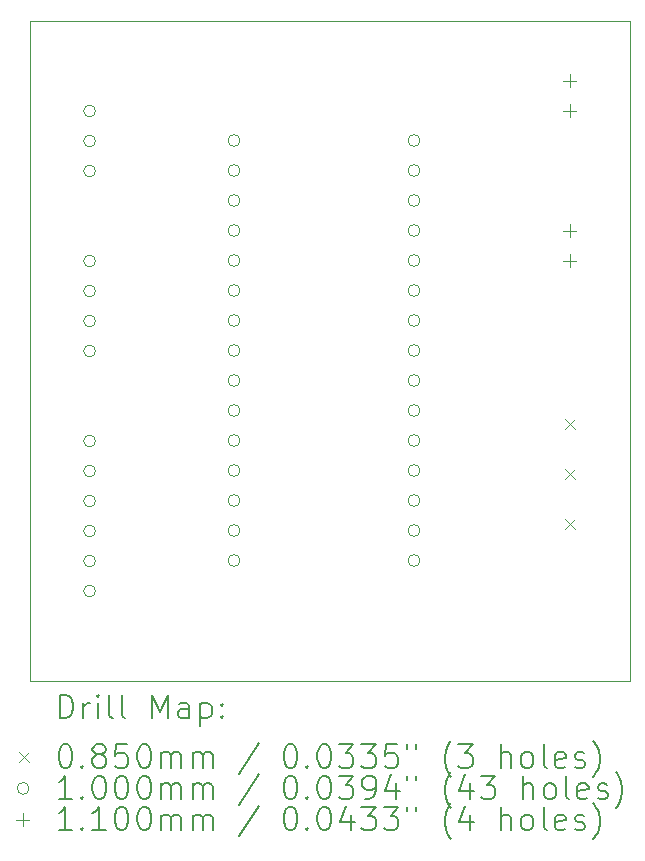
<source format=gbr>
%TF.GenerationSoftware,KiCad,Pcbnew,7.0.9*%
%TF.CreationDate,2023-11-18T21:52:10-06:00*%
%TF.ProjectId,batttlebot_pcb,62617474-746c-4656-926f-745f7063622e,rev?*%
%TF.SameCoordinates,Original*%
%TF.FileFunction,Drillmap*%
%TF.FilePolarity,Positive*%
%FSLAX45Y45*%
G04 Gerber Fmt 4.5, Leading zero omitted, Abs format (unit mm)*
G04 Created by KiCad (PCBNEW 7.0.9) date 2023-11-18 21:52:10*
%MOMM*%
%LPD*%
G01*
G04 APERTURE LIST*
%ADD10C,0.100000*%
%ADD11C,0.200000*%
%ADD12C,0.110000*%
G04 APERTURE END LIST*
D10*
X10922000Y-6858000D02*
X16002000Y-6858000D01*
X16002000Y-12446000D01*
X10922000Y-12446000D01*
X10922000Y-6858000D01*
D11*
D10*
X15451500Y-10231500D02*
X15536500Y-10316500D01*
X15536500Y-10231500D02*
X15451500Y-10316500D01*
X15451500Y-10651500D02*
X15536500Y-10736500D01*
X15536500Y-10651500D02*
X15451500Y-10736500D01*
X15451500Y-11071500D02*
X15536500Y-11156500D01*
X15536500Y-11071500D02*
X15451500Y-11156500D01*
X11480000Y-7620000D02*
G75*
G03*
X11480000Y-7620000I-50000J0D01*
G01*
X11480000Y-7874000D02*
G75*
G03*
X11480000Y-7874000I-50000J0D01*
G01*
X11480000Y-8128000D02*
G75*
G03*
X11480000Y-8128000I-50000J0D01*
G01*
X11480000Y-8890000D02*
G75*
G03*
X11480000Y-8890000I-50000J0D01*
G01*
X11480000Y-9144000D02*
G75*
G03*
X11480000Y-9144000I-50000J0D01*
G01*
X11480000Y-9398000D02*
G75*
G03*
X11480000Y-9398000I-50000J0D01*
G01*
X11480000Y-9652000D02*
G75*
G03*
X11480000Y-9652000I-50000J0D01*
G01*
X11480000Y-10414000D02*
G75*
G03*
X11480000Y-10414000I-50000J0D01*
G01*
X11480000Y-10668000D02*
G75*
G03*
X11480000Y-10668000I-50000J0D01*
G01*
X11480000Y-10922000D02*
G75*
G03*
X11480000Y-10922000I-50000J0D01*
G01*
X11480000Y-11176000D02*
G75*
G03*
X11480000Y-11176000I-50000J0D01*
G01*
X11480000Y-11430000D02*
G75*
G03*
X11480000Y-11430000I-50000J0D01*
G01*
X11480000Y-11684000D02*
G75*
G03*
X11480000Y-11684000I-50000J0D01*
G01*
X12702000Y-7870000D02*
G75*
G03*
X12702000Y-7870000I-50000J0D01*
G01*
X12702000Y-8124000D02*
G75*
G03*
X12702000Y-8124000I-50000J0D01*
G01*
X12702000Y-8378000D02*
G75*
G03*
X12702000Y-8378000I-50000J0D01*
G01*
X12702000Y-8632000D02*
G75*
G03*
X12702000Y-8632000I-50000J0D01*
G01*
X12702000Y-8886000D02*
G75*
G03*
X12702000Y-8886000I-50000J0D01*
G01*
X12702000Y-9140000D02*
G75*
G03*
X12702000Y-9140000I-50000J0D01*
G01*
X12702000Y-9394000D02*
G75*
G03*
X12702000Y-9394000I-50000J0D01*
G01*
X12702000Y-9648000D02*
G75*
G03*
X12702000Y-9648000I-50000J0D01*
G01*
X12702000Y-9902000D02*
G75*
G03*
X12702000Y-9902000I-50000J0D01*
G01*
X12702000Y-10156000D02*
G75*
G03*
X12702000Y-10156000I-50000J0D01*
G01*
X12702000Y-10410000D02*
G75*
G03*
X12702000Y-10410000I-50000J0D01*
G01*
X12702000Y-10664000D02*
G75*
G03*
X12702000Y-10664000I-50000J0D01*
G01*
X12702000Y-10918000D02*
G75*
G03*
X12702000Y-10918000I-50000J0D01*
G01*
X12702000Y-11172000D02*
G75*
G03*
X12702000Y-11172000I-50000J0D01*
G01*
X12702000Y-11426000D02*
G75*
G03*
X12702000Y-11426000I-50000J0D01*
G01*
X14226000Y-7870000D02*
G75*
G03*
X14226000Y-7870000I-50000J0D01*
G01*
X14226000Y-8124000D02*
G75*
G03*
X14226000Y-8124000I-50000J0D01*
G01*
X14226000Y-8378000D02*
G75*
G03*
X14226000Y-8378000I-50000J0D01*
G01*
X14226000Y-8632000D02*
G75*
G03*
X14226000Y-8632000I-50000J0D01*
G01*
X14226000Y-8886000D02*
G75*
G03*
X14226000Y-8886000I-50000J0D01*
G01*
X14226000Y-9140000D02*
G75*
G03*
X14226000Y-9140000I-50000J0D01*
G01*
X14226000Y-9394000D02*
G75*
G03*
X14226000Y-9394000I-50000J0D01*
G01*
X14226000Y-9648000D02*
G75*
G03*
X14226000Y-9648000I-50000J0D01*
G01*
X14226000Y-9902000D02*
G75*
G03*
X14226000Y-9902000I-50000J0D01*
G01*
X14226000Y-10156000D02*
G75*
G03*
X14226000Y-10156000I-50000J0D01*
G01*
X14226000Y-10410000D02*
G75*
G03*
X14226000Y-10410000I-50000J0D01*
G01*
X14226000Y-10664000D02*
G75*
G03*
X14226000Y-10664000I-50000J0D01*
G01*
X14226000Y-10918000D02*
G75*
G03*
X14226000Y-10918000I-50000J0D01*
G01*
X14226000Y-11172000D02*
G75*
G03*
X14226000Y-11172000I-50000J0D01*
G01*
X14226000Y-11426000D02*
G75*
G03*
X14226000Y-11426000I-50000J0D01*
G01*
D12*
X15494000Y-7311000D02*
X15494000Y-7421000D01*
X15439000Y-7366000D02*
X15549000Y-7366000D01*
X15494000Y-7565000D02*
X15494000Y-7675000D01*
X15439000Y-7620000D02*
X15549000Y-7620000D01*
X15494000Y-8581000D02*
X15494000Y-8691000D01*
X15439000Y-8636000D02*
X15549000Y-8636000D01*
X15494000Y-8835000D02*
X15494000Y-8945000D01*
X15439000Y-8890000D02*
X15549000Y-8890000D01*
D11*
X11177777Y-12762484D02*
X11177777Y-12562484D01*
X11177777Y-12562484D02*
X11225396Y-12562484D01*
X11225396Y-12562484D02*
X11253967Y-12572008D01*
X11253967Y-12572008D02*
X11273015Y-12591055D01*
X11273015Y-12591055D02*
X11282539Y-12610103D01*
X11282539Y-12610103D02*
X11292062Y-12648198D01*
X11292062Y-12648198D02*
X11292062Y-12676769D01*
X11292062Y-12676769D02*
X11282539Y-12714865D01*
X11282539Y-12714865D02*
X11273015Y-12733912D01*
X11273015Y-12733912D02*
X11253967Y-12752960D01*
X11253967Y-12752960D02*
X11225396Y-12762484D01*
X11225396Y-12762484D02*
X11177777Y-12762484D01*
X11377777Y-12762484D02*
X11377777Y-12629150D01*
X11377777Y-12667246D02*
X11387301Y-12648198D01*
X11387301Y-12648198D02*
X11396824Y-12638674D01*
X11396824Y-12638674D02*
X11415872Y-12629150D01*
X11415872Y-12629150D02*
X11434920Y-12629150D01*
X11501586Y-12762484D02*
X11501586Y-12629150D01*
X11501586Y-12562484D02*
X11492062Y-12572008D01*
X11492062Y-12572008D02*
X11501586Y-12581531D01*
X11501586Y-12581531D02*
X11511110Y-12572008D01*
X11511110Y-12572008D02*
X11501586Y-12562484D01*
X11501586Y-12562484D02*
X11501586Y-12581531D01*
X11625396Y-12762484D02*
X11606348Y-12752960D01*
X11606348Y-12752960D02*
X11596824Y-12733912D01*
X11596824Y-12733912D02*
X11596824Y-12562484D01*
X11730158Y-12762484D02*
X11711110Y-12752960D01*
X11711110Y-12752960D02*
X11701586Y-12733912D01*
X11701586Y-12733912D02*
X11701586Y-12562484D01*
X11958729Y-12762484D02*
X11958729Y-12562484D01*
X11958729Y-12562484D02*
X12025396Y-12705341D01*
X12025396Y-12705341D02*
X12092062Y-12562484D01*
X12092062Y-12562484D02*
X12092062Y-12762484D01*
X12273015Y-12762484D02*
X12273015Y-12657722D01*
X12273015Y-12657722D02*
X12263491Y-12638674D01*
X12263491Y-12638674D02*
X12244443Y-12629150D01*
X12244443Y-12629150D02*
X12206348Y-12629150D01*
X12206348Y-12629150D02*
X12187301Y-12638674D01*
X12273015Y-12752960D02*
X12253967Y-12762484D01*
X12253967Y-12762484D02*
X12206348Y-12762484D01*
X12206348Y-12762484D02*
X12187301Y-12752960D01*
X12187301Y-12752960D02*
X12177777Y-12733912D01*
X12177777Y-12733912D02*
X12177777Y-12714865D01*
X12177777Y-12714865D02*
X12187301Y-12695817D01*
X12187301Y-12695817D02*
X12206348Y-12686293D01*
X12206348Y-12686293D02*
X12253967Y-12686293D01*
X12253967Y-12686293D02*
X12273015Y-12676769D01*
X12368253Y-12629150D02*
X12368253Y-12829150D01*
X12368253Y-12638674D02*
X12387301Y-12629150D01*
X12387301Y-12629150D02*
X12425396Y-12629150D01*
X12425396Y-12629150D02*
X12444443Y-12638674D01*
X12444443Y-12638674D02*
X12453967Y-12648198D01*
X12453967Y-12648198D02*
X12463491Y-12667246D01*
X12463491Y-12667246D02*
X12463491Y-12724388D01*
X12463491Y-12724388D02*
X12453967Y-12743436D01*
X12453967Y-12743436D02*
X12444443Y-12752960D01*
X12444443Y-12752960D02*
X12425396Y-12762484D01*
X12425396Y-12762484D02*
X12387301Y-12762484D01*
X12387301Y-12762484D02*
X12368253Y-12752960D01*
X12549205Y-12743436D02*
X12558729Y-12752960D01*
X12558729Y-12752960D02*
X12549205Y-12762484D01*
X12549205Y-12762484D02*
X12539682Y-12752960D01*
X12539682Y-12752960D02*
X12549205Y-12743436D01*
X12549205Y-12743436D02*
X12549205Y-12762484D01*
X12549205Y-12638674D02*
X12558729Y-12648198D01*
X12558729Y-12648198D02*
X12549205Y-12657722D01*
X12549205Y-12657722D02*
X12539682Y-12648198D01*
X12539682Y-12648198D02*
X12549205Y-12638674D01*
X12549205Y-12638674D02*
X12549205Y-12657722D01*
D10*
X10832000Y-13048500D02*
X10917000Y-13133500D01*
X10917000Y-13048500D02*
X10832000Y-13133500D01*
D11*
X11215872Y-12982484D02*
X11234920Y-12982484D01*
X11234920Y-12982484D02*
X11253967Y-12992008D01*
X11253967Y-12992008D02*
X11263491Y-13001531D01*
X11263491Y-13001531D02*
X11273015Y-13020579D01*
X11273015Y-13020579D02*
X11282539Y-13058674D01*
X11282539Y-13058674D02*
X11282539Y-13106293D01*
X11282539Y-13106293D02*
X11273015Y-13144388D01*
X11273015Y-13144388D02*
X11263491Y-13163436D01*
X11263491Y-13163436D02*
X11253967Y-13172960D01*
X11253967Y-13172960D02*
X11234920Y-13182484D01*
X11234920Y-13182484D02*
X11215872Y-13182484D01*
X11215872Y-13182484D02*
X11196824Y-13172960D01*
X11196824Y-13172960D02*
X11187301Y-13163436D01*
X11187301Y-13163436D02*
X11177777Y-13144388D01*
X11177777Y-13144388D02*
X11168253Y-13106293D01*
X11168253Y-13106293D02*
X11168253Y-13058674D01*
X11168253Y-13058674D02*
X11177777Y-13020579D01*
X11177777Y-13020579D02*
X11187301Y-13001531D01*
X11187301Y-13001531D02*
X11196824Y-12992008D01*
X11196824Y-12992008D02*
X11215872Y-12982484D01*
X11368253Y-13163436D02*
X11377777Y-13172960D01*
X11377777Y-13172960D02*
X11368253Y-13182484D01*
X11368253Y-13182484D02*
X11358729Y-13172960D01*
X11358729Y-13172960D02*
X11368253Y-13163436D01*
X11368253Y-13163436D02*
X11368253Y-13182484D01*
X11492062Y-13068198D02*
X11473015Y-13058674D01*
X11473015Y-13058674D02*
X11463491Y-13049150D01*
X11463491Y-13049150D02*
X11453967Y-13030103D01*
X11453967Y-13030103D02*
X11453967Y-13020579D01*
X11453967Y-13020579D02*
X11463491Y-13001531D01*
X11463491Y-13001531D02*
X11473015Y-12992008D01*
X11473015Y-12992008D02*
X11492062Y-12982484D01*
X11492062Y-12982484D02*
X11530158Y-12982484D01*
X11530158Y-12982484D02*
X11549205Y-12992008D01*
X11549205Y-12992008D02*
X11558729Y-13001531D01*
X11558729Y-13001531D02*
X11568253Y-13020579D01*
X11568253Y-13020579D02*
X11568253Y-13030103D01*
X11568253Y-13030103D02*
X11558729Y-13049150D01*
X11558729Y-13049150D02*
X11549205Y-13058674D01*
X11549205Y-13058674D02*
X11530158Y-13068198D01*
X11530158Y-13068198D02*
X11492062Y-13068198D01*
X11492062Y-13068198D02*
X11473015Y-13077722D01*
X11473015Y-13077722D02*
X11463491Y-13087246D01*
X11463491Y-13087246D02*
X11453967Y-13106293D01*
X11453967Y-13106293D02*
X11453967Y-13144388D01*
X11453967Y-13144388D02*
X11463491Y-13163436D01*
X11463491Y-13163436D02*
X11473015Y-13172960D01*
X11473015Y-13172960D02*
X11492062Y-13182484D01*
X11492062Y-13182484D02*
X11530158Y-13182484D01*
X11530158Y-13182484D02*
X11549205Y-13172960D01*
X11549205Y-13172960D02*
X11558729Y-13163436D01*
X11558729Y-13163436D02*
X11568253Y-13144388D01*
X11568253Y-13144388D02*
X11568253Y-13106293D01*
X11568253Y-13106293D02*
X11558729Y-13087246D01*
X11558729Y-13087246D02*
X11549205Y-13077722D01*
X11549205Y-13077722D02*
X11530158Y-13068198D01*
X11749205Y-12982484D02*
X11653967Y-12982484D01*
X11653967Y-12982484D02*
X11644443Y-13077722D01*
X11644443Y-13077722D02*
X11653967Y-13068198D01*
X11653967Y-13068198D02*
X11673015Y-13058674D01*
X11673015Y-13058674D02*
X11720634Y-13058674D01*
X11720634Y-13058674D02*
X11739682Y-13068198D01*
X11739682Y-13068198D02*
X11749205Y-13077722D01*
X11749205Y-13077722D02*
X11758729Y-13096769D01*
X11758729Y-13096769D02*
X11758729Y-13144388D01*
X11758729Y-13144388D02*
X11749205Y-13163436D01*
X11749205Y-13163436D02*
X11739682Y-13172960D01*
X11739682Y-13172960D02*
X11720634Y-13182484D01*
X11720634Y-13182484D02*
X11673015Y-13182484D01*
X11673015Y-13182484D02*
X11653967Y-13172960D01*
X11653967Y-13172960D02*
X11644443Y-13163436D01*
X11882539Y-12982484D02*
X11901586Y-12982484D01*
X11901586Y-12982484D02*
X11920634Y-12992008D01*
X11920634Y-12992008D02*
X11930158Y-13001531D01*
X11930158Y-13001531D02*
X11939682Y-13020579D01*
X11939682Y-13020579D02*
X11949205Y-13058674D01*
X11949205Y-13058674D02*
X11949205Y-13106293D01*
X11949205Y-13106293D02*
X11939682Y-13144388D01*
X11939682Y-13144388D02*
X11930158Y-13163436D01*
X11930158Y-13163436D02*
X11920634Y-13172960D01*
X11920634Y-13172960D02*
X11901586Y-13182484D01*
X11901586Y-13182484D02*
X11882539Y-13182484D01*
X11882539Y-13182484D02*
X11863491Y-13172960D01*
X11863491Y-13172960D02*
X11853967Y-13163436D01*
X11853967Y-13163436D02*
X11844443Y-13144388D01*
X11844443Y-13144388D02*
X11834920Y-13106293D01*
X11834920Y-13106293D02*
X11834920Y-13058674D01*
X11834920Y-13058674D02*
X11844443Y-13020579D01*
X11844443Y-13020579D02*
X11853967Y-13001531D01*
X11853967Y-13001531D02*
X11863491Y-12992008D01*
X11863491Y-12992008D02*
X11882539Y-12982484D01*
X12034920Y-13182484D02*
X12034920Y-13049150D01*
X12034920Y-13068198D02*
X12044443Y-13058674D01*
X12044443Y-13058674D02*
X12063491Y-13049150D01*
X12063491Y-13049150D02*
X12092063Y-13049150D01*
X12092063Y-13049150D02*
X12111110Y-13058674D01*
X12111110Y-13058674D02*
X12120634Y-13077722D01*
X12120634Y-13077722D02*
X12120634Y-13182484D01*
X12120634Y-13077722D02*
X12130158Y-13058674D01*
X12130158Y-13058674D02*
X12149205Y-13049150D01*
X12149205Y-13049150D02*
X12177777Y-13049150D01*
X12177777Y-13049150D02*
X12196824Y-13058674D01*
X12196824Y-13058674D02*
X12206348Y-13077722D01*
X12206348Y-13077722D02*
X12206348Y-13182484D01*
X12301586Y-13182484D02*
X12301586Y-13049150D01*
X12301586Y-13068198D02*
X12311110Y-13058674D01*
X12311110Y-13058674D02*
X12330158Y-13049150D01*
X12330158Y-13049150D02*
X12358729Y-13049150D01*
X12358729Y-13049150D02*
X12377777Y-13058674D01*
X12377777Y-13058674D02*
X12387301Y-13077722D01*
X12387301Y-13077722D02*
X12387301Y-13182484D01*
X12387301Y-13077722D02*
X12396824Y-13058674D01*
X12396824Y-13058674D02*
X12415872Y-13049150D01*
X12415872Y-13049150D02*
X12444443Y-13049150D01*
X12444443Y-13049150D02*
X12463491Y-13058674D01*
X12463491Y-13058674D02*
X12473015Y-13077722D01*
X12473015Y-13077722D02*
X12473015Y-13182484D01*
X12863491Y-12972960D02*
X12692063Y-13230103D01*
X13120634Y-12982484D02*
X13139682Y-12982484D01*
X13139682Y-12982484D02*
X13158729Y-12992008D01*
X13158729Y-12992008D02*
X13168253Y-13001531D01*
X13168253Y-13001531D02*
X13177777Y-13020579D01*
X13177777Y-13020579D02*
X13187301Y-13058674D01*
X13187301Y-13058674D02*
X13187301Y-13106293D01*
X13187301Y-13106293D02*
X13177777Y-13144388D01*
X13177777Y-13144388D02*
X13168253Y-13163436D01*
X13168253Y-13163436D02*
X13158729Y-13172960D01*
X13158729Y-13172960D02*
X13139682Y-13182484D01*
X13139682Y-13182484D02*
X13120634Y-13182484D01*
X13120634Y-13182484D02*
X13101586Y-13172960D01*
X13101586Y-13172960D02*
X13092063Y-13163436D01*
X13092063Y-13163436D02*
X13082539Y-13144388D01*
X13082539Y-13144388D02*
X13073015Y-13106293D01*
X13073015Y-13106293D02*
X13073015Y-13058674D01*
X13073015Y-13058674D02*
X13082539Y-13020579D01*
X13082539Y-13020579D02*
X13092063Y-13001531D01*
X13092063Y-13001531D02*
X13101586Y-12992008D01*
X13101586Y-12992008D02*
X13120634Y-12982484D01*
X13273015Y-13163436D02*
X13282539Y-13172960D01*
X13282539Y-13172960D02*
X13273015Y-13182484D01*
X13273015Y-13182484D02*
X13263491Y-13172960D01*
X13263491Y-13172960D02*
X13273015Y-13163436D01*
X13273015Y-13163436D02*
X13273015Y-13182484D01*
X13406348Y-12982484D02*
X13425396Y-12982484D01*
X13425396Y-12982484D02*
X13444444Y-12992008D01*
X13444444Y-12992008D02*
X13453967Y-13001531D01*
X13453967Y-13001531D02*
X13463491Y-13020579D01*
X13463491Y-13020579D02*
X13473015Y-13058674D01*
X13473015Y-13058674D02*
X13473015Y-13106293D01*
X13473015Y-13106293D02*
X13463491Y-13144388D01*
X13463491Y-13144388D02*
X13453967Y-13163436D01*
X13453967Y-13163436D02*
X13444444Y-13172960D01*
X13444444Y-13172960D02*
X13425396Y-13182484D01*
X13425396Y-13182484D02*
X13406348Y-13182484D01*
X13406348Y-13182484D02*
X13387301Y-13172960D01*
X13387301Y-13172960D02*
X13377777Y-13163436D01*
X13377777Y-13163436D02*
X13368253Y-13144388D01*
X13368253Y-13144388D02*
X13358729Y-13106293D01*
X13358729Y-13106293D02*
X13358729Y-13058674D01*
X13358729Y-13058674D02*
X13368253Y-13020579D01*
X13368253Y-13020579D02*
X13377777Y-13001531D01*
X13377777Y-13001531D02*
X13387301Y-12992008D01*
X13387301Y-12992008D02*
X13406348Y-12982484D01*
X13539682Y-12982484D02*
X13663491Y-12982484D01*
X13663491Y-12982484D02*
X13596825Y-13058674D01*
X13596825Y-13058674D02*
X13625396Y-13058674D01*
X13625396Y-13058674D02*
X13644444Y-13068198D01*
X13644444Y-13068198D02*
X13653967Y-13077722D01*
X13653967Y-13077722D02*
X13663491Y-13096769D01*
X13663491Y-13096769D02*
X13663491Y-13144388D01*
X13663491Y-13144388D02*
X13653967Y-13163436D01*
X13653967Y-13163436D02*
X13644444Y-13172960D01*
X13644444Y-13172960D02*
X13625396Y-13182484D01*
X13625396Y-13182484D02*
X13568253Y-13182484D01*
X13568253Y-13182484D02*
X13549206Y-13172960D01*
X13549206Y-13172960D02*
X13539682Y-13163436D01*
X13730158Y-12982484D02*
X13853967Y-12982484D01*
X13853967Y-12982484D02*
X13787301Y-13058674D01*
X13787301Y-13058674D02*
X13815872Y-13058674D01*
X13815872Y-13058674D02*
X13834920Y-13068198D01*
X13834920Y-13068198D02*
X13844444Y-13077722D01*
X13844444Y-13077722D02*
X13853967Y-13096769D01*
X13853967Y-13096769D02*
X13853967Y-13144388D01*
X13853967Y-13144388D02*
X13844444Y-13163436D01*
X13844444Y-13163436D02*
X13834920Y-13172960D01*
X13834920Y-13172960D02*
X13815872Y-13182484D01*
X13815872Y-13182484D02*
X13758729Y-13182484D01*
X13758729Y-13182484D02*
X13739682Y-13172960D01*
X13739682Y-13172960D02*
X13730158Y-13163436D01*
X14034920Y-12982484D02*
X13939682Y-12982484D01*
X13939682Y-12982484D02*
X13930158Y-13077722D01*
X13930158Y-13077722D02*
X13939682Y-13068198D01*
X13939682Y-13068198D02*
X13958729Y-13058674D01*
X13958729Y-13058674D02*
X14006348Y-13058674D01*
X14006348Y-13058674D02*
X14025396Y-13068198D01*
X14025396Y-13068198D02*
X14034920Y-13077722D01*
X14034920Y-13077722D02*
X14044444Y-13096769D01*
X14044444Y-13096769D02*
X14044444Y-13144388D01*
X14044444Y-13144388D02*
X14034920Y-13163436D01*
X14034920Y-13163436D02*
X14025396Y-13172960D01*
X14025396Y-13172960D02*
X14006348Y-13182484D01*
X14006348Y-13182484D02*
X13958729Y-13182484D01*
X13958729Y-13182484D02*
X13939682Y-13172960D01*
X13939682Y-13172960D02*
X13930158Y-13163436D01*
X14120634Y-12982484D02*
X14120634Y-13020579D01*
X14196825Y-12982484D02*
X14196825Y-13020579D01*
X14492063Y-13258674D02*
X14482539Y-13249150D01*
X14482539Y-13249150D02*
X14463491Y-13220579D01*
X14463491Y-13220579D02*
X14453968Y-13201531D01*
X14453968Y-13201531D02*
X14444444Y-13172960D01*
X14444444Y-13172960D02*
X14434920Y-13125341D01*
X14434920Y-13125341D02*
X14434920Y-13087246D01*
X14434920Y-13087246D02*
X14444444Y-13039627D01*
X14444444Y-13039627D02*
X14453968Y-13011055D01*
X14453968Y-13011055D02*
X14463491Y-12992008D01*
X14463491Y-12992008D02*
X14482539Y-12963436D01*
X14482539Y-12963436D02*
X14492063Y-12953912D01*
X14549206Y-12982484D02*
X14673015Y-12982484D01*
X14673015Y-12982484D02*
X14606348Y-13058674D01*
X14606348Y-13058674D02*
X14634920Y-13058674D01*
X14634920Y-13058674D02*
X14653968Y-13068198D01*
X14653968Y-13068198D02*
X14663491Y-13077722D01*
X14663491Y-13077722D02*
X14673015Y-13096769D01*
X14673015Y-13096769D02*
X14673015Y-13144388D01*
X14673015Y-13144388D02*
X14663491Y-13163436D01*
X14663491Y-13163436D02*
X14653968Y-13172960D01*
X14653968Y-13172960D02*
X14634920Y-13182484D01*
X14634920Y-13182484D02*
X14577777Y-13182484D01*
X14577777Y-13182484D02*
X14558729Y-13172960D01*
X14558729Y-13172960D02*
X14549206Y-13163436D01*
X14911110Y-13182484D02*
X14911110Y-12982484D01*
X14996825Y-13182484D02*
X14996825Y-13077722D01*
X14996825Y-13077722D02*
X14987301Y-13058674D01*
X14987301Y-13058674D02*
X14968253Y-13049150D01*
X14968253Y-13049150D02*
X14939682Y-13049150D01*
X14939682Y-13049150D02*
X14920634Y-13058674D01*
X14920634Y-13058674D02*
X14911110Y-13068198D01*
X15120634Y-13182484D02*
X15101587Y-13172960D01*
X15101587Y-13172960D02*
X15092063Y-13163436D01*
X15092063Y-13163436D02*
X15082539Y-13144388D01*
X15082539Y-13144388D02*
X15082539Y-13087246D01*
X15082539Y-13087246D02*
X15092063Y-13068198D01*
X15092063Y-13068198D02*
X15101587Y-13058674D01*
X15101587Y-13058674D02*
X15120634Y-13049150D01*
X15120634Y-13049150D02*
X15149206Y-13049150D01*
X15149206Y-13049150D02*
X15168253Y-13058674D01*
X15168253Y-13058674D02*
X15177777Y-13068198D01*
X15177777Y-13068198D02*
X15187301Y-13087246D01*
X15187301Y-13087246D02*
X15187301Y-13144388D01*
X15187301Y-13144388D02*
X15177777Y-13163436D01*
X15177777Y-13163436D02*
X15168253Y-13172960D01*
X15168253Y-13172960D02*
X15149206Y-13182484D01*
X15149206Y-13182484D02*
X15120634Y-13182484D01*
X15301587Y-13182484D02*
X15282539Y-13172960D01*
X15282539Y-13172960D02*
X15273015Y-13153912D01*
X15273015Y-13153912D02*
X15273015Y-12982484D01*
X15453968Y-13172960D02*
X15434920Y-13182484D01*
X15434920Y-13182484D02*
X15396825Y-13182484D01*
X15396825Y-13182484D02*
X15377777Y-13172960D01*
X15377777Y-13172960D02*
X15368253Y-13153912D01*
X15368253Y-13153912D02*
X15368253Y-13077722D01*
X15368253Y-13077722D02*
X15377777Y-13058674D01*
X15377777Y-13058674D02*
X15396825Y-13049150D01*
X15396825Y-13049150D02*
X15434920Y-13049150D01*
X15434920Y-13049150D02*
X15453968Y-13058674D01*
X15453968Y-13058674D02*
X15463491Y-13077722D01*
X15463491Y-13077722D02*
X15463491Y-13096769D01*
X15463491Y-13096769D02*
X15368253Y-13115817D01*
X15539682Y-13172960D02*
X15558730Y-13182484D01*
X15558730Y-13182484D02*
X15596825Y-13182484D01*
X15596825Y-13182484D02*
X15615872Y-13172960D01*
X15615872Y-13172960D02*
X15625396Y-13153912D01*
X15625396Y-13153912D02*
X15625396Y-13144388D01*
X15625396Y-13144388D02*
X15615872Y-13125341D01*
X15615872Y-13125341D02*
X15596825Y-13115817D01*
X15596825Y-13115817D02*
X15568253Y-13115817D01*
X15568253Y-13115817D02*
X15549206Y-13106293D01*
X15549206Y-13106293D02*
X15539682Y-13087246D01*
X15539682Y-13087246D02*
X15539682Y-13077722D01*
X15539682Y-13077722D02*
X15549206Y-13058674D01*
X15549206Y-13058674D02*
X15568253Y-13049150D01*
X15568253Y-13049150D02*
X15596825Y-13049150D01*
X15596825Y-13049150D02*
X15615872Y-13058674D01*
X15692063Y-13258674D02*
X15701587Y-13249150D01*
X15701587Y-13249150D02*
X15720634Y-13220579D01*
X15720634Y-13220579D02*
X15730158Y-13201531D01*
X15730158Y-13201531D02*
X15739682Y-13172960D01*
X15739682Y-13172960D02*
X15749206Y-13125341D01*
X15749206Y-13125341D02*
X15749206Y-13087246D01*
X15749206Y-13087246D02*
X15739682Y-13039627D01*
X15739682Y-13039627D02*
X15730158Y-13011055D01*
X15730158Y-13011055D02*
X15720634Y-12992008D01*
X15720634Y-12992008D02*
X15701587Y-12963436D01*
X15701587Y-12963436D02*
X15692063Y-12953912D01*
D10*
X10917000Y-13355000D02*
G75*
G03*
X10917000Y-13355000I-50000J0D01*
G01*
D11*
X11282539Y-13446484D02*
X11168253Y-13446484D01*
X11225396Y-13446484D02*
X11225396Y-13246484D01*
X11225396Y-13246484D02*
X11206348Y-13275055D01*
X11206348Y-13275055D02*
X11187301Y-13294103D01*
X11187301Y-13294103D02*
X11168253Y-13303627D01*
X11368253Y-13427436D02*
X11377777Y-13436960D01*
X11377777Y-13436960D02*
X11368253Y-13446484D01*
X11368253Y-13446484D02*
X11358729Y-13436960D01*
X11358729Y-13436960D02*
X11368253Y-13427436D01*
X11368253Y-13427436D02*
X11368253Y-13446484D01*
X11501586Y-13246484D02*
X11520634Y-13246484D01*
X11520634Y-13246484D02*
X11539682Y-13256008D01*
X11539682Y-13256008D02*
X11549205Y-13265531D01*
X11549205Y-13265531D02*
X11558729Y-13284579D01*
X11558729Y-13284579D02*
X11568253Y-13322674D01*
X11568253Y-13322674D02*
X11568253Y-13370293D01*
X11568253Y-13370293D02*
X11558729Y-13408388D01*
X11558729Y-13408388D02*
X11549205Y-13427436D01*
X11549205Y-13427436D02*
X11539682Y-13436960D01*
X11539682Y-13436960D02*
X11520634Y-13446484D01*
X11520634Y-13446484D02*
X11501586Y-13446484D01*
X11501586Y-13446484D02*
X11482539Y-13436960D01*
X11482539Y-13436960D02*
X11473015Y-13427436D01*
X11473015Y-13427436D02*
X11463491Y-13408388D01*
X11463491Y-13408388D02*
X11453967Y-13370293D01*
X11453967Y-13370293D02*
X11453967Y-13322674D01*
X11453967Y-13322674D02*
X11463491Y-13284579D01*
X11463491Y-13284579D02*
X11473015Y-13265531D01*
X11473015Y-13265531D02*
X11482539Y-13256008D01*
X11482539Y-13256008D02*
X11501586Y-13246484D01*
X11692062Y-13246484D02*
X11711110Y-13246484D01*
X11711110Y-13246484D02*
X11730158Y-13256008D01*
X11730158Y-13256008D02*
X11739682Y-13265531D01*
X11739682Y-13265531D02*
X11749205Y-13284579D01*
X11749205Y-13284579D02*
X11758729Y-13322674D01*
X11758729Y-13322674D02*
X11758729Y-13370293D01*
X11758729Y-13370293D02*
X11749205Y-13408388D01*
X11749205Y-13408388D02*
X11739682Y-13427436D01*
X11739682Y-13427436D02*
X11730158Y-13436960D01*
X11730158Y-13436960D02*
X11711110Y-13446484D01*
X11711110Y-13446484D02*
X11692062Y-13446484D01*
X11692062Y-13446484D02*
X11673015Y-13436960D01*
X11673015Y-13436960D02*
X11663491Y-13427436D01*
X11663491Y-13427436D02*
X11653967Y-13408388D01*
X11653967Y-13408388D02*
X11644443Y-13370293D01*
X11644443Y-13370293D02*
X11644443Y-13322674D01*
X11644443Y-13322674D02*
X11653967Y-13284579D01*
X11653967Y-13284579D02*
X11663491Y-13265531D01*
X11663491Y-13265531D02*
X11673015Y-13256008D01*
X11673015Y-13256008D02*
X11692062Y-13246484D01*
X11882539Y-13246484D02*
X11901586Y-13246484D01*
X11901586Y-13246484D02*
X11920634Y-13256008D01*
X11920634Y-13256008D02*
X11930158Y-13265531D01*
X11930158Y-13265531D02*
X11939682Y-13284579D01*
X11939682Y-13284579D02*
X11949205Y-13322674D01*
X11949205Y-13322674D02*
X11949205Y-13370293D01*
X11949205Y-13370293D02*
X11939682Y-13408388D01*
X11939682Y-13408388D02*
X11930158Y-13427436D01*
X11930158Y-13427436D02*
X11920634Y-13436960D01*
X11920634Y-13436960D02*
X11901586Y-13446484D01*
X11901586Y-13446484D02*
X11882539Y-13446484D01*
X11882539Y-13446484D02*
X11863491Y-13436960D01*
X11863491Y-13436960D02*
X11853967Y-13427436D01*
X11853967Y-13427436D02*
X11844443Y-13408388D01*
X11844443Y-13408388D02*
X11834920Y-13370293D01*
X11834920Y-13370293D02*
X11834920Y-13322674D01*
X11834920Y-13322674D02*
X11844443Y-13284579D01*
X11844443Y-13284579D02*
X11853967Y-13265531D01*
X11853967Y-13265531D02*
X11863491Y-13256008D01*
X11863491Y-13256008D02*
X11882539Y-13246484D01*
X12034920Y-13446484D02*
X12034920Y-13313150D01*
X12034920Y-13332198D02*
X12044443Y-13322674D01*
X12044443Y-13322674D02*
X12063491Y-13313150D01*
X12063491Y-13313150D02*
X12092063Y-13313150D01*
X12092063Y-13313150D02*
X12111110Y-13322674D01*
X12111110Y-13322674D02*
X12120634Y-13341722D01*
X12120634Y-13341722D02*
X12120634Y-13446484D01*
X12120634Y-13341722D02*
X12130158Y-13322674D01*
X12130158Y-13322674D02*
X12149205Y-13313150D01*
X12149205Y-13313150D02*
X12177777Y-13313150D01*
X12177777Y-13313150D02*
X12196824Y-13322674D01*
X12196824Y-13322674D02*
X12206348Y-13341722D01*
X12206348Y-13341722D02*
X12206348Y-13446484D01*
X12301586Y-13446484D02*
X12301586Y-13313150D01*
X12301586Y-13332198D02*
X12311110Y-13322674D01*
X12311110Y-13322674D02*
X12330158Y-13313150D01*
X12330158Y-13313150D02*
X12358729Y-13313150D01*
X12358729Y-13313150D02*
X12377777Y-13322674D01*
X12377777Y-13322674D02*
X12387301Y-13341722D01*
X12387301Y-13341722D02*
X12387301Y-13446484D01*
X12387301Y-13341722D02*
X12396824Y-13322674D01*
X12396824Y-13322674D02*
X12415872Y-13313150D01*
X12415872Y-13313150D02*
X12444443Y-13313150D01*
X12444443Y-13313150D02*
X12463491Y-13322674D01*
X12463491Y-13322674D02*
X12473015Y-13341722D01*
X12473015Y-13341722D02*
X12473015Y-13446484D01*
X12863491Y-13236960D02*
X12692063Y-13494103D01*
X13120634Y-13246484D02*
X13139682Y-13246484D01*
X13139682Y-13246484D02*
X13158729Y-13256008D01*
X13158729Y-13256008D02*
X13168253Y-13265531D01*
X13168253Y-13265531D02*
X13177777Y-13284579D01*
X13177777Y-13284579D02*
X13187301Y-13322674D01*
X13187301Y-13322674D02*
X13187301Y-13370293D01*
X13187301Y-13370293D02*
X13177777Y-13408388D01*
X13177777Y-13408388D02*
X13168253Y-13427436D01*
X13168253Y-13427436D02*
X13158729Y-13436960D01*
X13158729Y-13436960D02*
X13139682Y-13446484D01*
X13139682Y-13446484D02*
X13120634Y-13446484D01*
X13120634Y-13446484D02*
X13101586Y-13436960D01*
X13101586Y-13436960D02*
X13092063Y-13427436D01*
X13092063Y-13427436D02*
X13082539Y-13408388D01*
X13082539Y-13408388D02*
X13073015Y-13370293D01*
X13073015Y-13370293D02*
X13073015Y-13322674D01*
X13073015Y-13322674D02*
X13082539Y-13284579D01*
X13082539Y-13284579D02*
X13092063Y-13265531D01*
X13092063Y-13265531D02*
X13101586Y-13256008D01*
X13101586Y-13256008D02*
X13120634Y-13246484D01*
X13273015Y-13427436D02*
X13282539Y-13436960D01*
X13282539Y-13436960D02*
X13273015Y-13446484D01*
X13273015Y-13446484D02*
X13263491Y-13436960D01*
X13263491Y-13436960D02*
X13273015Y-13427436D01*
X13273015Y-13427436D02*
X13273015Y-13446484D01*
X13406348Y-13246484D02*
X13425396Y-13246484D01*
X13425396Y-13246484D02*
X13444444Y-13256008D01*
X13444444Y-13256008D02*
X13453967Y-13265531D01*
X13453967Y-13265531D02*
X13463491Y-13284579D01*
X13463491Y-13284579D02*
X13473015Y-13322674D01*
X13473015Y-13322674D02*
X13473015Y-13370293D01*
X13473015Y-13370293D02*
X13463491Y-13408388D01*
X13463491Y-13408388D02*
X13453967Y-13427436D01*
X13453967Y-13427436D02*
X13444444Y-13436960D01*
X13444444Y-13436960D02*
X13425396Y-13446484D01*
X13425396Y-13446484D02*
X13406348Y-13446484D01*
X13406348Y-13446484D02*
X13387301Y-13436960D01*
X13387301Y-13436960D02*
X13377777Y-13427436D01*
X13377777Y-13427436D02*
X13368253Y-13408388D01*
X13368253Y-13408388D02*
X13358729Y-13370293D01*
X13358729Y-13370293D02*
X13358729Y-13322674D01*
X13358729Y-13322674D02*
X13368253Y-13284579D01*
X13368253Y-13284579D02*
X13377777Y-13265531D01*
X13377777Y-13265531D02*
X13387301Y-13256008D01*
X13387301Y-13256008D02*
X13406348Y-13246484D01*
X13539682Y-13246484D02*
X13663491Y-13246484D01*
X13663491Y-13246484D02*
X13596825Y-13322674D01*
X13596825Y-13322674D02*
X13625396Y-13322674D01*
X13625396Y-13322674D02*
X13644444Y-13332198D01*
X13644444Y-13332198D02*
X13653967Y-13341722D01*
X13653967Y-13341722D02*
X13663491Y-13360769D01*
X13663491Y-13360769D02*
X13663491Y-13408388D01*
X13663491Y-13408388D02*
X13653967Y-13427436D01*
X13653967Y-13427436D02*
X13644444Y-13436960D01*
X13644444Y-13436960D02*
X13625396Y-13446484D01*
X13625396Y-13446484D02*
X13568253Y-13446484D01*
X13568253Y-13446484D02*
X13549206Y-13436960D01*
X13549206Y-13436960D02*
X13539682Y-13427436D01*
X13758729Y-13446484D02*
X13796825Y-13446484D01*
X13796825Y-13446484D02*
X13815872Y-13436960D01*
X13815872Y-13436960D02*
X13825396Y-13427436D01*
X13825396Y-13427436D02*
X13844444Y-13398865D01*
X13844444Y-13398865D02*
X13853967Y-13360769D01*
X13853967Y-13360769D02*
X13853967Y-13284579D01*
X13853967Y-13284579D02*
X13844444Y-13265531D01*
X13844444Y-13265531D02*
X13834920Y-13256008D01*
X13834920Y-13256008D02*
X13815872Y-13246484D01*
X13815872Y-13246484D02*
X13777777Y-13246484D01*
X13777777Y-13246484D02*
X13758729Y-13256008D01*
X13758729Y-13256008D02*
X13749206Y-13265531D01*
X13749206Y-13265531D02*
X13739682Y-13284579D01*
X13739682Y-13284579D02*
X13739682Y-13332198D01*
X13739682Y-13332198D02*
X13749206Y-13351246D01*
X13749206Y-13351246D02*
X13758729Y-13360769D01*
X13758729Y-13360769D02*
X13777777Y-13370293D01*
X13777777Y-13370293D02*
X13815872Y-13370293D01*
X13815872Y-13370293D02*
X13834920Y-13360769D01*
X13834920Y-13360769D02*
X13844444Y-13351246D01*
X13844444Y-13351246D02*
X13853967Y-13332198D01*
X14025396Y-13313150D02*
X14025396Y-13446484D01*
X13977777Y-13236960D02*
X13930158Y-13379817D01*
X13930158Y-13379817D02*
X14053967Y-13379817D01*
X14120634Y-13246484D02*
X14120634Y-13284579D01*
X14196825Y-13246484D02*
X14196825Y-13284579D01*
X14492063Y-13522674D02*
X14482539Y-13513150D01*
X14482539Y-13513150D02*
X14463491Y-13484579D01*
X14463491Y-13484579D02*
X14453968Y-13465531D01*
X14453968Y-13465531D02*
X14444444Y-13436960D01*
X14444444Y-13436960D02*
X14434920Y-13389341D01*
X14434920Y-13389341D02*
X14434920Y-13351246D01*
X14434920Y-13351246D02*
X14444444Y-13303627D01*
X14444444Y-13303627D02*
X14453968Y-13275055D01*
X14453968Y-13275055D02*
X14463491Y-13256008D01*
X14463491Y-13256008D02*
X14482539Y-13227436D01*
X14482539Y-13227436D02*
X14492063Y-13217912D01*
X14653968Y-13313150D02*
X14653968Y-13446484D01*
X14606348Y-13236960D02*
X14558729Y-13379817D01*
X14558729Y-13379817D02*
X14682539Y-13379817D01*
X14739682Y-13246484D02*
X14863491Y-13246484D01*
X14863491Y-13246484D02*
X14796825Y-13322674D01*
X14796825Y-13322674D02*
X14825396Y-13322674D01*
X14825396Y-13322674D02*
X14844444Y-13332198D01*
X14844444Y-13332198D02*
X14853968Y-13341722D01*
X14853968Y-13341722D02*
X14863491Y-13360769D01*
X14863491Y-13360769D02*
X14863491Y-13408388D01*
X14863491Y-13408388D02*
X14853968Y-13427436D01*
X14853968Y-13427436D02*
X14844444Y-13436960D01*
X14844444Y-13436960D02*
X14825396Y-13446484D01*
X14825396Y-13446484D02*
X14768253Y-13446484D01*
X14768253Y-13446484D02*
X14749206Y-13436960D01*
X14749206Y-13436960D02*
X14739682Y-13427436D01*
X15101587Y-13446484D02*
X15101587Y-13246484D01*
X15187301Y-13446484D02*
X15187301Y-13341722D01*
X15187301Y-13341722D02*
X15177777Y-13322674D01*
X15177777Y-13322674D02*
X15158730Y-13313150D01*
X15158730Y-13313150D02*
X15130158Y-13313150D01*
X15130158Y-13313150D02*
X15111110Y-13322674D01*
X15111110Y-13322674D02*
X15101587Y-13332198D01*
X15311110Y-13446484D02*
X15292063Y-13436960D01*
X15292063Y-13436960D02*
X15282539Y-13427436D01*
X15282539Y-13427436D02*
X15273015Y-13408388D01*
X15273015Y-13408388D02*
X15273015Y-13351246D01*
X15273015Y-13351246D02*
X15282539Y-13332198D01*
X15282539Y-13332198D02*
X15292063Y-13322674D01*
X15292063Y-13322674D02*
X15311110Y-13313150D01*
X15311110Y-13313150D02*
X15339682Y-13313150D01*
X15339682Y-13313150D02*
X15358730Y-13322674D01*
X15358730Y-13322674D02*
X15368253Y-13332198D01*
X15368253Y-13332198D02*
X15377777Y-13351246D01*
X15377777Y-13351246D02*
X15377777Y-13408388D01*
X15377777Y-13408388D02*
X15368253Y-13427436D01*
X15368253Y-13427436D02*
X15358730Y-13436960D01*
X15358730Y-13436960D02*
X15339682Y-13446484D01*
X15339682Y-13446484D02*
X15311110Y-13446484D01*
X15492063Y-13446484D02*
X15473015Y-13436960D01*
X15473015Y-13436960D02*
X15463491Y-13417912D01*
X15463491Y-13417912D02*
X15463491Y-13246484D01*
X15644444Y-13436960D02*
X15625396Y-13446484D01*
X15625396Y-13446484D02*
X15587301Y-13446484D01*
X15587301Y-13446484D02*
X15568253Y-13436960D01*
X15568253Y-13436960D02*
X15558730Y-13417912D01*
X15558730Y-13417912D02*
X15558730Y-13341722D01*
X15558730Y-13341722D02*
X15568253Y-13322674D01*
X15568253Y-13322674D02*
X15587301Y-13313150D01*
X15587301Y-13313150D02*
X15625396Y-13313150D01*
X15625396Y-13313150D02*
X15644444Y-13322674D01*
X15644444Y-13322674D02*
X15653968Y-13341722D01*
X15653968Y-13341722D02*
X15653968Y-13360769D01*
X15653968Y-13360769D02*
X15558730Y-13379817D01*
X15730158Y-13436960D02*
X15749206Y-13446484D01*
X15749206Y-13446484D02*
X15787301Y-13446484D01*
X15787301Y-13446484D02*
X15806349Y-13436960D01*
X15806349Y-13436960D02*
X15815872Y-13417912D01*
X15815872Y-13417912D02*
X15815872Y-13408388D01*
X15815872Y-13408388D02*
X15806349Y-13389341D01*
X15806349Y-13389341D02*
X15787301Y-13379817D01*
X15787301Y-13379817D02*
X15758730Y-13379817D01*
X15758730Y-13379817D02*
X15739682Y-13370293D01*
X15739682Y-13370293D02*
X15730158Y-13351246D01*
X15730158Y-13351246D02*
X15730158Y-13341722D01*
X15730158Y-13341722D02*
X15739682Y-13322674D01*
X15739682Y-13322674D02*
X15758730Y-13313150D01*
X15758730Y-13313150D02*
X15787301Y-13313150D01*
X15787301Y-13313150D02*
X15806349Y-13322674D01*
X15882539Y-13522674D02*
X15892063Y-13513150D01*
X15892063Y-13513150D02*
X15911111Y-13484579D01*
X15911111Y-13484579D02*
X15920634Y-13465531D01*
X15920634Y-13465531D02*
X15930158Y-13436960D01*
X15930158Y-13436960D02*
X15939682Y-13389341D01*
X15939682Y-13389341D02*
X15939682Y-13351246D01*
X15939682Y-13351246D02*
X15930158Y-13303627D01*
X15930158Y-13303627D02*
X15920634Y-13275055D01*
X15920634Y-13275055D02*
X15911111Y-13256008D01*
X15911111Y-13256008D02*
X15892063Y-13227436D01*
X15892063Y-13227436D02*
X15882539Y-13217912D01*
D12*
X10862000Y-13564000D02*
X10862000Y-13674000D01*
X10807000Y-13619000D02*
X10917000Y-13619000D01*
D11*
X11282539Y-13710484D02*
X11168253Y-13710484D01*
X11225396Y-13710484D02*
X11225396Y-13510484D01*
X11225396Y-13510484D02*
X11206348Y-13539055D01*
X11206348Y-13539055D02*
X11187301Y-13558103D01*
X11187301Y-13558103D02*
X11168253Y-13567627D01*
X11368253Y-13691436D02*
X11377777Y-13700960D01*
X11377777Y-13700960D02*
X11368253Y-13710484D01*
X11368253Y-13710484D02*
X11358729Y-13700960D01*
X11358729Y-13700960D02*
X11368253Y-13691436D01*
X11368253Y-13691436D02*
X11368253Y-13710484D01*
X11568253Y-13710484D02*
X11453967Y-13710484D01*
X11511110Y-13710484D02*
X11511110Y-13510484D01*
X11511110Y-13510484D02*
X11492062Y-13539055D01*
X11492062Y-13539055D02*
X11473015Y-13558103D01*
X11473015Y-13558103D02*
X11453967Y-13567627D01*
X11692062Y-13510484D02*
X11711110Y-13510484D01*
X11711110Y-13510484D02*
X11730158Y-13520008D01*
X11730158Y-13520008D02*
X11739682Y-13529531D01*
X11739682Y-13529531D02*
X11749205Y-13548579D01*
X11749205Y-13548579D02*
X11758729Y-13586674D01*
X11758729Y-13586674D02*
X11758729Y-13634293D01*
X11758729Y-13634293D02*
X11749205Y-13672388D01*
X11749205Y-13672388D02*
X11739682Y-13691436D01*
X11739682Y-13691436D02*
X11730158Y-13700960D01*
X11730158Y-13700960D02*
X11711110Y-13710484D01*
X11711110Y-13710484D02*
X11692062Y-13710484D01*
X11692062Y-13710484D02*
X11673015Y-13700960D01*
X11673015Y-13700960D02*
X11663491Y-13691436D01*
X11663491Y-13691436D02*
X11653967Y-13672388D01*
X11653967Y-13672388D02*
X11644443Y-13634293D01*
X11644443Y-13634293D02*
X11644443Y-13586674D01*
X11644443Y-13586674D02*
X11653967Y-13548579D01*
X11653967Y-13548579D02*
X11663491Y-13529531D01*
X11663491Y-13529531D02*
X11673015Y-13520008D01*
X11673015Y-13520008D02*
X11692062Y-13510484D01*
X11882539Y-13510484D02*
X11901586Y-13510484D01*
X11901586Y-13510484D02*
X11920634Y-13520008D01*
X11920634Y-13520008D02*
X11930158Y-13529531D01*
X11930158Y-13529531D02*
X11939682Y-13548579D01*
X11939682Y-13548579D02*
X11949205Y-13586674D01*
X11949205Y-13586674D02*
X11949205Y-13634293D01*
X11949205Y-13634293D02*
X11939682Y-13672388D01*
X11939682Y-13672388D02*
X11930158Y-13691436D01*
X11930158Y-13691436D02*
X11920634Y-13700960D01*
X11920634Y-13700960D02*
X11901586Y-13710484D01*
X11901586Y-13710484D02*
X11882539Y-13710484D01*
X11882539Y-13710484D02*
X11863491Y-13700960D01*
X11863491Y-13700960D02*
X11853967Y-13691436D01*
X11853967Y-13691436D02*
X11844443Y-13672388D01*
X11844443Y-13672388D02*
X11834920Y-13634293D01*
X11834920Y-13634293D02*
X11834920Y-13586674D01*
X11834920Y-13586674D02*
X11844443Y-13548579D01*
X11844443Y-13548579D02*
X11853967Y-13529531D01*
X11853967Y-13529531D02*
X11863491Y-13520008D01*
X11863491Y-13520008D02*
X11882539Y-13510484D01*
X12034920Y-13710484D02*
X12034920Y-13577150D01*
X12034920Y-13596198D02*
X12044443Y-13586674D01*
X12044443Y-13586674D02*
X12063491Y-13577150D01*
X12063491Y-13577150D02*
X12092063Y-13577150D01*
X12092063Y-13577150D02*
X12111110Y-13586674D01*
X12111110Y-13586674D02*
X12120634Y-13605722D01*
X12120634Y-13605722D02*
X12120634Y-13710484D01*
X12120634Y-13605722D02*
X12130158Y-13586674D01*
X12130158Y-13586674D02*
X12149205Y-13577150D01*
X12149205Y-13577150D02*
X12177777Y-13577150D01*
X12177777Y-13577150D02*
X12196824Y-13586674D01*
X12196824Y-13586674D02*
X12206348Y-13605722D01*
X12206348Y-13605722D02*
X12206348Y-13710484D01*
X12301586Y-13710484D02*
X12301586Y-13577150D01*
X12301586Y-13596198D02*
X12311110Y-13586674D01*
X12311110Y-13586674D02*
X12330158Y-13577150D01*
X12330158Y-13577150D02*
X12358729Y-13577150D01*
X12358729Y-13577150D02*
X12377777Y-13586674D01*
X12377777Y-13586674D02*
X12387301Y-13605722D01*
X12387301Y-13605722D02*
X12387301Y-13710484D01*
X12387301Y-13605722D02*
X12396824Y-13586674D01*
X12396824Y-13586674D02*
X12415872Y-13577150D01*
X12415872Y-13577150D02*
X12444443Y-13577150D01*
X12444443Y-13577150D02*
X12463491Y-13586674D01*
X12463491Y-13586674D02*
X12473015Y-13605722D01*
X12473015Y-13605722D02*
X12473015Y-13710484D01*
X12863491Y-13500960D02*
X12692063Y-13758103D01*
X13120634Y-13510484D02*
X13139682Y-13510484D01*
X13139682Y-13510484D02*
X13158729Y-13520008D01*
X13158729Y-13520008D02*
X13168253Y-13529531D01*
X13168253Y-13529531D02*
X13177777Y-13548579D01*
X13177777Y-13548579D02*
X13187301Y-13586674D01*
X13187301Y-13586674D02*
X13187301Y-13634293D01*
X13187301Y-13634293D02*
X13177777Y-13672388D01*
X13177777Y-13672388D02*
X13168253Y-13691436D01*
X13168253Y-13691436D02*
X13158729Y-13700960D01*
X13158729Y-13700960D02*
X13139682Y-13710484D01*
X13139682Y-13710484D02*
X13120634Y-13710484D01*
X13120634Y-13710484D02*
X13101586Y-13700960D01*
X13101586Y-13700960D02*
X13092063Y-13691436D01*
X13092063Y-13691436D02*
X13082539Y-13672388D01*
X13082539Y-13672388D02*
X13073015Y-13634293D01*
X13073015Y-13634293D02*
X13073015Y-13586674D01*
X13073015Y-13586674D02*
X13082539Y-13548579D01*
X13082539Y-13548579D02*
X13092063Y-13529531D01*
X13092063Y-13529531D02*
X13101586Y-13520008D01*
X13101586Y-13520008D02*
X13120634Y-13510484D01*
X13273015Y-13691436D02*
X13282539Y-13700960D01*
X13282539Y-13700960D02*
X13273015Y-13710484D01*
X13273015Y-13710484D02*
X13263491Y-13700960D01*
X13263491Y-13700960D02*
X13273015Y-13691436D01*
X13273015Y-13691436D02*
X13273015Y-13710484D01*
X13406348Y-13510484D02*
X13425396Y-13510484D01*
X13425396Y-13510484D02*
X13444444Y-13520008D01*
X13444444Y-13520008D02*
X13453967Y-13529531D01*
X13453967Y-13529531D02*
X13463491Y-13548579D01*
X13463491Y-13548579D02*
X13473015Y-13586674D01*
X13473015Y-13586674D02*
X13473015Y-13634293D01*
X13473015Y-13634293D02*
X13463491Y-13672388D01*
X13463491Y-13672388D02*
X13453967Y-13691436D01*
X13453967Y-13691436D02*
X13444444Y-13700960D01*
X13444444Y-13700960D02*
X13425396Y-13710484D01*
X13425396Y-13710484D02*
X13406348Y-13710484D01*
X13406348Y-13710484D02*
X13387301Y-13700960D01*
X13387301Y-13700960D02*
X13377777Y-13691436D01*
X13377777Y-13691436D02*
X13368253Y-13672388D01*
X13368253Y-13672388D02*
X13358729Y-13634293D01*
X13358729Y-13634293D02*
X13358729Y-13586674D01*
X13358729Y-13586674D02*
X13368253Y-13548579D01*
X13368253Y-13548579D02*
X13377777Y-13529531D01*
X13377777Y-13529531D02*
X13387301Y-13520008D01*
X13387301Y-13520008D02*
X13406348Y-13510484D01*
X13644444Y-13577150D02*
X13644444Y-13710484D01*
X13596825Y-13500960D02*
X13549206Y-13643817D01*
X13549206Y-13643817D02*
X13673015Y-13643817D01*
X13730158Y-13510484D02*
X13853967Y-13510484D01*
X13853967Y-13510484D02*
X13787301Y-13586674D01*
X13787301Y-13586674D02*
X13815872Y-13586674D01*
X13815872Y-13586674D02*
X13834920Y-13596198D01*
X13834920Y-13596198D02*
X13844444Y-13605722D01*
X13844444Y-13605722D02*
X13853967Y-13624769D01*
X13853967Y-13624769D02*
X13853967Y-13672388D01*
X13853967Y-13672388D02*
X13844444Y-13691436D01*
X13844444Y-13691436D02*
X13834920Y-13700960D01*
X13834920Y-13700960D02*
X13815872Y-13710484D01*
X13815872Y-13710484D02*
X13758729Y-13710484D01*
X13758729Y-13710484D02*
X13739682Y-13700960D01*
X13739682Y-13700960D02*
X13730158Y-13691436D01*
X13920634Y-13510484D02*
X14044444Y-13510484D01*
X14044444Y-13510484D02*
X13977777Y-13586674D01*
X13977777Y-13586674D02*
X14006348Y-13586674D01*
X14006348Y-13586674D02*
X14025396Y-13596198D01*
X14025396Y-13596198D02*
X14034920Y-13605722D01*
X14034920Y-13605722D02*
X14044444Y-13624769D01*
X14044444Y-13624769D02*
X14044444Y-13672388D01*
X14044444Y-13672388D02*
X14034920Y-13691436D01*
X14034920Y-13691436D02*
X14025396Y-13700960D01*
X14025396Y-13700960D02*
X14006348Y-13710484D01*
X14006348Y-13710484D02*
X13949206Y-13710484D01*
X13949206Y-13710484D02*
X13930158Y-13700960D01*
X13930158Y-13700960D02*
X13920634Y-13691436D01*
X14120634Y-13510484D02*
X14120634Y-13548579D01*
X14196825Y-13510484D02*
X14196825Y-13548579D01*
X14492063Y-13786674D02*
X14482539Y-13777150D01*
X14482539Y-13777150D02*
X14463491Y-13748579D01*
X14463491Y-13748579D02*
X14453968Y-13729531D01*
X14453968Y-13729531D02*
X14444444Y-13700960D01*
X14444444Y-13700960D02*
X14434920Y-13653341D01*
X14434920Y-13653341D02*
X14434920Y-13615246D01*
X14434920Y-13615246D02*
X14444444Y-13567627D01*
X14444444Y-13567627D02*
X14453968Y-13539055D01*
X14453968Y-13539055D02*
X14463491Y-13520008D01*
X14463491Y-13520008D02*
X14482539Y-13491436D01*
X14482539Y-13491436D02*
X14492063Y-13481912D01*
X14653968Y-13577150D02*
X14653968Y-13710484D01*
X14606348Y-13500960D02*
X14558729Y-13643817D01*
X14558729Y-13643817D02*
X14682539Y-13643817D01*
X14911110Y-13710484D02*
X14911110Y-13510484D01*
X14996825Y-13710484D02*
X14996825Y-13605722D01*
X14996825Y-13605722D02*
X14987301Y-13586674D01*
X14987301Y-13586674D02*
X14968253Y-13577150D01*
X14968253Y-13577150D02*
X14939682Y-13577150D01*
X14939682Y-13577150D02*
X14920634Y-13586674D01*
X14920634Y-13586674D02*
X14911110Y-13596198D01*
X15120634Y-13710484D02*
X15101587Y-13700960D01*
X15101587Y-13700960D02*
X15092063Y-13691436D01*
X15092063Y-13691436D02*
X15082539Y-13672388D01*
X15082539Y-13672388D02*
X15082539Y-13615246D01*
X15082539Y-13615246D02*
X15092063Y-13596198D01*
X15092063Y-13596198D02*
X15101587Y-13586674D01*
X15101587Y-13586674D02*
X15120634Y-13577150D01*
X15120634Y-13577150D02*
X15149206Y-13577150D01*
X15149206Y-13577150D02*
X15168253Y-13586674D01*
X15168253Y-13586674D02*
X15177777Y-13596198D01*
X15177777Y-13596198D02*
X15187301Y-13615246D01*
X15187301Y-13615246D02*
X15187301Y-13672388D01*
X15187301Y-13672388D02*
X15177777Y-13691436D01*
X15177777Y-13691436D02*
X15168253Y-13700960D01*
X15168253Y-13700960D02*
X15149206Y-13710484D01*
X15149206Y-13710484D02*
X15120634Y-13710484D01*
X15301587Y-13710484D02*
X15282539Y-13700960D01*
X15282539Y-13700960D02*
X15273015Y-13681912D01*
X15273015Y-13681912D02*
X15273015Y-13510484D01*
X15453968Y-13700960D02*
X15434920Y-13710484D01*
X15434920Y-13710484D02*
X15396825Y-13710484D01*
X15396825Y-13710484D02*
X15377777Y-13700960D01*
X15377777Y-13700960D02*
X15368253Y-13681912D01*
X15368253Y-13681912D02*
X15368253Y-13605722D01*
X15368253Y-13605722D02*
X15377777Y-13586674D01*
X15377777Y-13586674D02*
X15396825Y-13577150D01*
X15396825Y-13577150D02*
X15434920Y-13577150D01*
X15434920Y-13577150D02*
X15453968Y-13586674D01*
X15453968Y-13586674D02*
X15463491Y-13605722D01*
X15463491Y-13605722D02*
X15463491Y-13624769D01*
X15463491Y-13624769D02*
X15368253Y-13643817D01*
X15539682Y-13700960D02*
X15558730Y-13710484D01*
X15558730Y-13710484D02*
X15596825Y-13710484D01*
X15596825Y-13710484D02*
X15615872Y-13700960D01*
X15615872Y-13700960D02*
X15625396Y-13681912D01*
X15625396Y-13681912D02*
X15625396Y-13672388D01*
X15625396Y-13672388D02*
X15615872Y-13653341D01*
X15615872Y-13653341D02*
X15596825Y-13643817D01*
X15596825Y-13643817D02*
X15568253Y-13643817D01*
X15568253Y-13643817D02*
X15549206Y-13634293D01*
X15549206Y-13634293D02*
X15539682Y-13615246D01*
X15539682Y-13615246D02*
X15539682Y-13605722D01*
X15539682Y-13605722D02*
X15549206Y-13586674D01*
X15549206Y-13586674D02*
X15568253Y-13577150D01*
X15568253Y-13577150D02*
X15596825Y-13577150D01*
X15596825Y-13577150D02*
X15615872Y-13586674D01*
X15692063Y-13786674D02*
X15701587Y-13777150D01*
X15701587Y-13777150D02*
X15720634Y-13748579D01*
X15720634Y-13748579D02*
X15730158Y-13729531D01*
X15730158Y-13729531D02*
X15739682Y-13700960D01*
X15739682Y-13700960D02*
X15749206Y-13653341D01*
X15749206Y-13653341D02*
X15749206Y-13615246D01*
X15749206Y-13615246D02*
X15739682Y-13567627D01*
X15739682Y-13567627D02*
X15730158Y-13539055D01*
X15730158Y-13539055D02*
X15720634Y-13520008D01*
X15720634Y-13520008D02*
X15701587Y-13491436D01*
X15701587Y-13491436D02*
X15692063Y-13481912D01*
M02*

</source>
